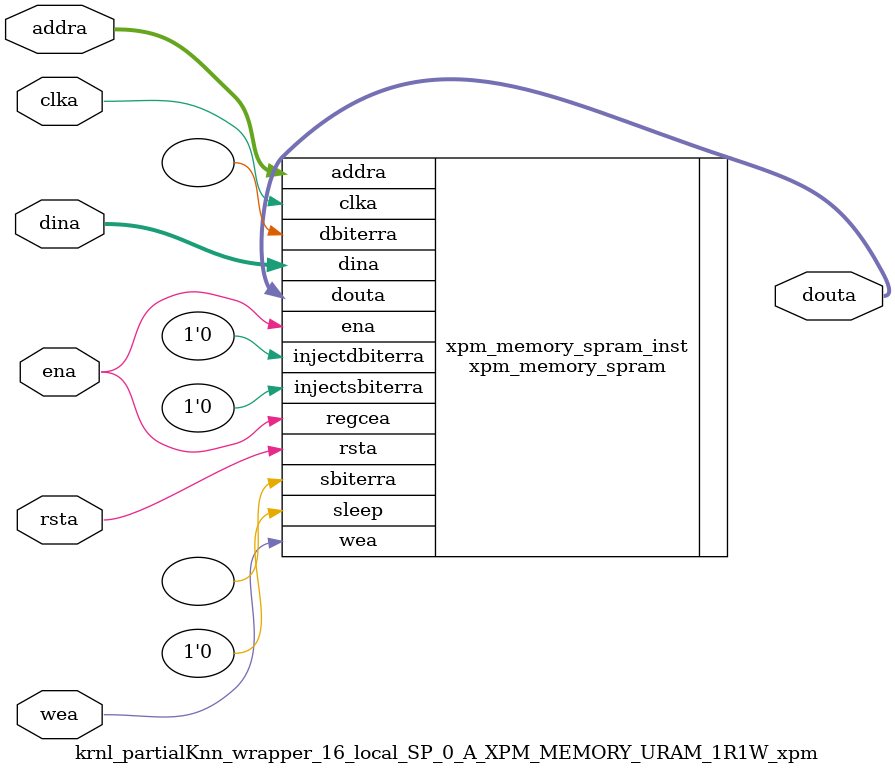
<source format=v>
`timescale 1 ns / 1 ps
module krnl_partialKnn_wrapper_16_local_SP_0_A_XPM_MEMORY_URAM_1R1W_xpm # (
  // Common module parameters
  parameter integer                 MEMORY_SIZE        = 524288,
  parameter                         MEMORY_PRIMITIVE   = "ultra",
  parameter                         ECC_MODE           = "no_ecc",
  parameter                         MEMORY_INIT_FILE   = "none",
  parameter                         WAKEUP_TIME        = "disable_sleep",
  parameter integer                 MESSAGE_CONTROL    = 0,
  // Port A module parameters
  parameter integer                 WRITE_DATA_WIDTH_A = 256,
  parameter integer                 READ_DATA_WIDTH_A  = WRITE_DATA_WIDTH_A,
  parameter integer                 BYTE_WRITE_WIDTH_A = WRITE_DATA_WIDTH_A,
  parameter integer                 ADDR_WIDTH_A       = 11,
  parameter                         READ_RESET_VALUE_A = "0",
  parameter integer                 READ_LATENCY_A     = 1,
  parameter                         WRITE_MODE_A       = "read_first"
) (
  // Port A module ports
  input  wire                                               clka,
  input  wire                                               rsta,
  input  wire                                               ena,
  input  wire [(WRITE_DATA_WIDTH_A/BYTE_WRITE_WIDTH_A)-1:0] wea,
  input  wire [ADDR_WIDTH_A-1:0]                            addra,
  input  wire [WRITE_DATA_WIDTH_A-1:0]                      dina,
  output wire [READ_DATA_WIDTH_A-1:0]                       douta
);
// Set parameter values and connect ports to instantiate an XPM_MEMORY single port RAM configuration
xpm_memory_spram # (
  // Common module parameters
  .MEMORY_SIZE        (MEMORY_SIZE),   //positive integer
  .MEMORY_PRIMITIVE   (MEMORY_PRIMITIVE),      //string; "auto", "distributed", "block" or "ultra";
  .ECC_MODE           (ECC_MODE),      //do not change
  .MEMORY_INIT_FILE   (MEMORY_INIT_FILE), //string; "none" or "<filename>.mem" 
  .MEMORY_INIT_PARAM  (""), //string;
  .WAKEUP_TIME        (WAKEUP_TIME),      //string; "disable_sleep" or "use_sleep_pin"
  .MESSAGE_CONTROL    (MESSAGE_CONTROL),      //do not change
  // Port A module parameters
  .WRITE_DATA_WIDTH_A (WRITE_DATA_WIDTH_A),     //positive integer
  .READ_DATA_WIDTH_A  (READ_DATA_WIDTH_A),     //positive integer
  .BYTE_WRITE_WIDTH_A (BYTE_WRITE_WIDTH_A),     //integer; 8, 9, or WRITE_DATA_WIDTH_A value
  .ADDR_WIDTH_A       (ADDR_WIDTH_A),      //positive integer
  .READ_RESET_VALUE_A (READ_RESET_VALUE_A),  //string
  .READ_LATENCY_A     (READ_LATENCY_A),      //non-negative integer
  .WRITE_MODE_A       (WRITE_MODE_A)       //string; "write_first", "read_first", "no_change"
) xpm_memory_spram_inst (
  // Common module ports
  .sleep          (1'b0),  //do not change
  // Port A module ports
  .clka           (clka),
  .rsta           (rsta),
  .ena            (ena),
  .regcea         (ena),
  .wea            (wea),
  .addra          (addra),
  .dina           (dina),
  .injectsbiterra (1'b0),  //do not change
  .injectdbiterra (1'b0),  //do not change
  .douta          (douta),
  .sbiterra       (),      //do not change
  .dbiterra       ()       //do not change
);
endmodule
</source>
